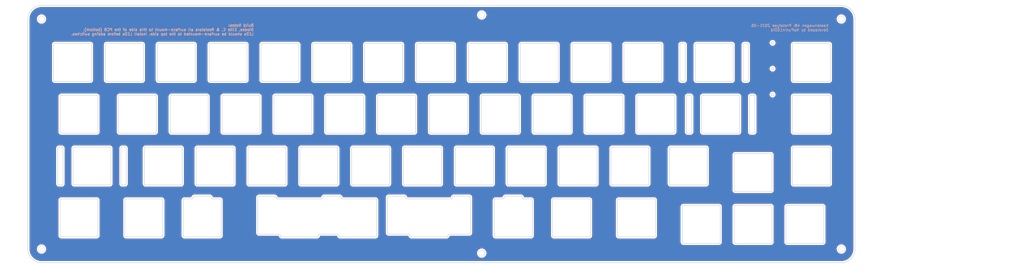
<source format=kicad_pcb>
(kicad_pcb (version 20171130) (host pcbnew "(5.1.9)-1")
  (layers (0 F.Cu signal) (31 B.Cu signal) (34 B.Paste user) (35 F.Paste user) (36 B.SilkS user) (37 F.SilkS user) (38 B.Mask user) (39 F.Mask user) (44 Edge.Cuts user))
  (net 0 "")
  (module MX_plate_cutouts:MX_7.00u_Reverse_1.00u_2.75u_2.25u_1.00u (layer F.Cu) (at 130.175 82.55)
    (fp_text reference REF**)
    (fp_text value "MX_7.00u Reverse 1.00u 2.75u 2.25u 1.00u")
    (fp_arc (start -53.3 -7.5) (end -53.8 -7.5) (angle -90) (layer Edge.Cuts) (width 0.2))
    (fp_arc (start -60.05 -7.5) (end -60.05 -8) (angle -90) (layer Edge.Cuts) (width 0.2))
    (fp_arc (start -61.05 -7.5) (end -61.05 -7) (angle -90) (layer Edge.Cuts) (width 0.2))
    (fp_arc (start -54.3 -7.5) (end -53.8 -7.5) (angle -90) (layer Edge.Cuts) (width 0.2))
    (fp_arc (start -6.61825 -7.5) (end -6.11825 -7.5) (angle -90) (layer Edge.Cuts) (width 0.2))
    (fp_arc (start -6.5 6.5) (end -7 6.5) (angle -90) (layer Edge.Cuts) (width 0.2))
    (fp_arc (start 53.275 -7.5) (end 53.275 -7) (angle -90) (layer Edge.Cuts) (width 0.2))
    (fp_arc (start 61.025 -7.5) (end 60.525 -7.5) (angle -90) (layer Edge.Cuts) (width 0.2))
    (fp_arc (start -29.49425 -7.5) (end -29.99425 -7.5) (angle -90) (layer Edge.Cuts) (width 0.2))
    (fp_arc (start -14.93125 6.5) (end -14.93125 7) (angle -90) (layer Edge.Cuts) (width 0.2))
    (fp_arc (start -13.36825 -7.5) (end -13.36825 -7) (angle -90) (layer Edge.Cuts) (width 0.2))
    (fp_arc (start -27.93125 6.5) (end -28.43125 6.5) (angle -90) (layer Edge.Cuts) (width 0.2))
    (fp_arc (start -36.24425 -7.5) (end -36.24425 -8) (angle -90) (layer Edge.Cuts) (width 0.2))
    (fp_arc (start -28.93125 6.5) (end -28.43125 6.5) (angle -90) (layer Edge.Cuts) (width 0.2))
    (fp_arc (start -36.24425 5.5) (end -36.74425 5.5) (angle -90) (layer Edge.Cuts) (width 0.2))
    (fp_arc (start -12.36825 -7.5) (end -12.36825 -8) (angle -90) (layer Edge.Cuts) (width 0.2))
    (fp_arc (start -7.5 6.5) (end -7 6.5) (angle -90) (layer Edge.Cuts) (width 0.2))
    (fp_arc (start -30.49425 -7.5) (end -29.99425 -7.5) (angle -90) (layer Edge.Cuts) (width 0.2))
    (fp_arc (start -13.93125 6.5) (end -13.93125 6) (angle -90) (layer Edge.Cuts) (width 0.2))
    (fp_arc (start 35.25675 -7.5) (end 35.25675 -8) (angle -90) (layer Edge.Cuts) (width 0.2))
    (fp_arc (start 11.38075 5.5) (end 10.88075 5.5) (angle -90) (layer Edge.Cuts) (width 0.2))
    (fp_arc (start 18.69375 6.5) (end 19.19375 6.5) (angle -90) (layer Edge.Cuts) (width 0.2))
    (fp_arc (start 41.00675 5.5) (end 41.00675 6) (angle -90) (layer Edge.Cuts) (width 0.2))
    (fp_arc (start 11.38075 -7.5) (end 11.38075 -8) (angle -90) (layer Edge.Cuts) (width 0.2))
    (fp_arc (start 32.69375 6.5) (end 32.69375 7) (angle -90) (layer Edge.Cuts) (width 0.2))
    (fp_arc (start 17.13075 -7.5) (end 17.63075 -7.5) (angle -90) (layer Edge.Cuts) (width 0.2))
    (fp_arc (start 18.13075 -7.5) (end 17.63075 -7.5) (angle -90) (layer Edge.Cuts) (width 0.2))
    (fp_arc (start 34.25675 -7.5) (end 34.25675 -7) (angle -90) (layer Edge.Cuts) (width 0.2))
    (fp_arc (start 19.69375 6.5) (end 19.19375 6.5) (angle -90) (layer Edge.Cuts) (width 0.2))
    (fp_arc (start 41.00675 -7.5) (end 41.50675 -7.5) (angle -90) (layer Edge.Cuts) (width 0.2))
    (fp_arc (start 33.69375 6.5) (end 33.69375 6) (angle -90) (layer Edge.Cuts) (width 0.2))
    (fp_arc (start 50.65 -6.5) (end 50.65 -7) (angle -90) (layer Edge.Cuts) (width 0.2))
    (fp_arc (start 63.65 6.5) (end 63.65 7) (angle -90) (layer Edge.Cuts) (width 0.2))
    (fp_arc (start 50.65 6.5) (end 50.15 6.5) (angle -90) (layer Edge.Cuts) (width 0.2))
    (fp_arc (start 63.65 -6.5) (end 64.15 -6.5) (angle -90) (layer Edge.Cuts) (width 0.2))
    (fp_arc (start -50.65 -6.5) (end -50.15 -6.5) (angle -90) (layer Edge.Cuts) (width 0.2))
    (fp_arc (start -63.65 6.5) (end -64.15 6.5) (angle -90) (layer Edge.Cuts) (width 0.2))
    (fp_arc (start -63.65 -6.5) (end -63.65 -7) (angle -90) (layer Edge.Cuts) (width 0.2))
    (fp_arc (start -50.65 6.5) (end -50.65 7) (angle -90) (layer Edge.Cuts) (width 0.2))
    (fp_arc (start 60.025 -7.5) (end 60.525 -7.5) (angle -90) (layer Edge.Cuts) (width 0.2))
    (fp_arc (start 54.275 -7.5) (end 54.275 -8) (angle -90) (layer Edge.Cuts) (width 0.2))
    (fp_arc (start 6.5 -6.5) (end 7 -6.5) (angle -90) (layer Edge.Cuts) (width 0.2))
    (fp_arc (start 6.5 6.5) (end 6.5 7) (angle -90) (layer Edge.Cuts) (width 0.2))
    (fp_arc (start -5.61825 -7.5) (end -6.11825 -7.5) (angle -90) (layer Edge.Cuts) (width 0.2))
    (fp_line (start 61.025 -7) (end 63.65 -7) (layer Edge.Cuts) (width 0.2))
    (fp_line (start -63.65 -7) (end -61.05 -7) (layer Edge.Cuts) (width 0.2))
    (fp_line (start -54.3 -8) (end -60.05 -8) (layer Edge.Cuts) (width 0.2))
    (fp_line (start 11.38075 6) (end 18.69375 6) (layer Edge.Cuts) (width 0.2))
    (fp_line (start 11.38075 -8) (end 17.13075 -8) (layer Edge.Cuts) (width 0.2))
    (fp_line (start 35.25675 -8) (end 41.00675 -8) (layer Edge.Cuts) (width 0.2))
    (fp_line (start 10.88075 -7.5) (end 10.88075 5.5) (layer Edge.Cuts) (width 0.2))
    (fp_line (start 41.50675 -7.5) (end 41.50675 5.5) (layer Edge.Cuts) (width 0.2))
    (fp_line (start 18.13075 -7) (end 34.25675 -7) (layer Edge.Cuts) (width 0.2))
    (fp_line (start 32.69375 7) (end 19.69375 7) (layer Edge.Cuts) (width 0.2))
    (fp_line (start 33.69375 6) (end 41.00675 6) (layer Edge.Cuts) (width 0.2))
    (fp_line (start -64.15 -6.5) (end -64.15 6.5) (layer Edge.Cuts) (width 0.2))
    (fp_line (start -50.15 6.5) (end -50.15 -6.5) (layer Edge.Cuts) (width 0.2))
    (fp_line (start -53.3 -7) (end -50.65 -7) (layer Edge.Cuts) (width 0.2))
    (fp_line (start 6.5 7) (end -6.5 7) (layer Edge.Cuts) (width 0.2))
    (fp_line (start 7 6.5) (end 7 -6.5) (layer Edge.Cuts) (width 0.2))
    (fp_line (start -5.61825 -7) (end 6.5 -7) (layer Edge.Cuts) (width 0.2))
    (fp_line (start 54.275 -8) (end 60.025 -8) (layer Edge.Cuts) (width 0.2))
    (fp_line (start 64.15 6.5) (end 64.15 -6.5) (layer Edge.Cuts) (width 0.2))
    (fp_line (start 50.15 -6.5) (end 50.15 6.5) (layer Edge.Cuts) (width 0.2))
    (fp_line (start 50.65 -7) (end 53.275 -7) (layer Edge.Cuts) (width 0.2))
    (fp_line (start 63.65 7) (end 50.65 7) (layer Edge.Cuts) (width 0.2))
    (fp_line (start -36.24425 6) (end -28.93125 6) (layer Edge.Cuts) (width 0.2))
    (fp_line (start -36.24425 -8) (end -30.49425 -8) (layer Edge.Cuts) (width 0.2))
    (fp_line (start -29.49425 -7) (end -13.36825 -7) (layer Edge.Cuts) (width 0.2))
    (fp_line (start -36.74425 -7.5) (end -36.74425 5.5) (layer Edge.Cuts) (width 0.2))
    (fp_line (start -14.93125 7) (end -27.93125 7) (layer Edge.Cuts) (width 0.2))
    (fp_line (start -12.36825 -8) (end -6.61825 -8) (layer Edge.Cuts) (width 0.2))
    (fp_line (start -13.93125 6) (end -7.5 6) (layer Edge.Cuts) (width 0.2))
    (fp_line (start -50.65 7) (end -63.65 7) (layer Edge.Cuts) (width 0.2))
  )
  (module MX_plate_cutouts:MX_1.00u_Cutout (layer F.Cu) (at 296.8625 25.4)
    (fp_text reference REF**)
    (fp_text value "MX_1.00u Cutout")
    (fp_arc (start -6.5 6.5) (end -7 6.5) (angle -90) (layer Edge.Cuts) (width 0.2))
    (fp_arc (start 6.5 -6.5) (end 7 -6.5) (angle -90) (layer Edge.Cuts) (width 0.2))
    (fp_arc (start 6.5 6.5) (end 6.5 7) (angle -90) (layer Edge.Cuts) (width 0.2))
    (fp_arc (start -6.5 -6.5) (end -6.5 -7) (angle -90) (layer Edge.Cuts) (width 0.2))
    (fp_line (start -6.5 -7) (end 6.5 -7) (layer Edge.Cuts) (width 0.2))
    (fp_line (start -7 -6.5) (end -7 6.5) (layer Edge.Cuts) (width 0.2))
    (fp_line (start 7 6.5) (end 7 -6.5) (layer Edge.Cuts) (width 0.2))
    (fp_line (start 6.5 7) (end -6.5 7) (layer Edge.Cuts) (width 0.2))
  )
  (module MX_plate_cutouts:MX_1.00u_Cutout (layer F.Cu) (at 296.8625 44.45)
    (fp_text reference REF**)
    (fp_text value "MX_1.00u Cutout")
    (fp_arc (start -6.5 6.5) (end -7 6.5) (angle -90) (layer Edge.Cuts) (width 0.2))
    (fp_arc (start 6.5 -6.5) (end 7 -6.5) (angle -90) (layer Edge.Cuts) (width 0.2))
    (fp_arc (start 6.5 6.5) (end 6.5 7) (angle -90) (layer Edge.Cuts) (width 0.2))
    (fp_arc (start -6.5 -6.5) (end -6.5 -7) (angle -90) (layer Edge.Cuts) (width 0.2))
    (fp_line (start -6.5 -7) (end 6.5 -7) (layer Edge.Cuts) (width 0.2))
    (fp_line (start -7 -6.5) (end -7 6.5) (layer Edge.Cuts) (width 0.2))
    (fp_line (start 7 6.5) (end 7 -6.5) (layer Edge.Cuts) (width 0.2))
    (fp_line (start 6.5 7) (end -6.5 7) (layer Edge.Cuts) (width 0.2))
  )
  (module MX_plate_cutouts:MX_1.00u_Cutout (layer F.Cu) (at 296.8625 63.5)
    (fp_text reference REF**)
    (fp_text value "MX_1.00u Cutout")
    (fp_arc (start -6.5 6.5) (end -7 6.5) (angle -90) (layer Edge.Cuts) (width 0.2))
    (fp_arc (start 6.5 -6.5) (end 7 -6.5) (angle -90) (layer Edge.Cuts) (width 0.2))
    (fp_arc (start 6.5 6.5) (end 6.5 7) (angle -90) (layer Edge.Cuts) (width 0.2))
    (fp_arc (start -6.5 -6.5) (end -6.5 -7) (angle -90) (layer Edge.Cuts) (width 0.2))
    (fp_line (start -6.5 -7) (end 6.5 -7) (layer Edge.Cuts) (width 0.2))
    (fp_line (start -7 -6.5) (end -7 6.5) (layer Edge.Cuts) (width 0.2))
    (fp_line (start 7 6.5) (end 7 -6.5) (layer Edge.Cuts) (width 0.2))
    (fp_line (start 6.5 7) (end -6.5 7) (layer Edge.Cuts) (width 0.2))
  )
  (module MX_plate_cutouts:MX_1.00u_Cutout (layer F.Cu) (at 294.48125 84.93125)
    (fp_text reference REF**)
    (fp_text value "MX_1.00u Cutout")
    (fp_arc (start -6.5 6.5) (end -7 6.5) (angle -90) (layer Edge.Cuts) (width 0.2))
    (fp_arc (start 6.5 -6.5) (end 7 -6.5) (angle -90) (layer Edge.Cuts) (width 0.2))
    (fp_arc (start 6.5 6.5) (end 6.5 7) (angle -90) (layer Edge.Cuts) (width 0.2))
    (fp_arc (start -6.5 -6.5) (end -6.5 -7) (angle -90) (layer Edge.Cuts) (width 0.2))
    (fp_line (start -6.5 -7) (end 6.5 -7) (layer Edge.Cuts) (width 0.2))
    (fp_line (start -7 -6.5) (end -7 6.5) (layer Edge.Cuts) (width 0.2))
    (fp_line (start 7 6.5) (end 7 -6.5) (layer Edge.Cuts) (width 0.2))
    (fp_line (start 6.5 7) (end -6.5 7) (layer Edge.Cuts) (width 0.2))
  )
  (module MX_plate_cutouts:MX_1.00u_Cutout (layer F.Cu) (at 256.38125 84.93125)
    (fp_text reference REF**)
    (fp_text value "MX_1.00u Cutout")
    (fp_arc (start -6.5 6.5) (end -7 6.5) (angle -90) (layer Edge.Cuts) (width 0.2))
    (fp_arc (start 6.5 -6.5) (end 7 -6.5) (angle -90) (layer Edge.Cuts) (width 0.2))
    (fp_arc (start 6.5 6.5) (end 6.5 7) (angle -90) (layer Edge.Cuts) (width 0.2))
    (fp_arc (start -6.5 -6.5) (end -6.5 -7) (angle -90) (layer Edge.Cuts) (width 0.2))
    (fp_line (start -6.5 -7) (end 6.5 -7) (layer Edge.Cuts) (width 0.2))
    (fp_line (start -7 -6.5) (end -7 6.5) (layer Edge.Cuts) (width 0.2))
    (fp_line (start 7 6.5) (end 7 -6.5) (layer Edge.Cuts) (width 0.2))
    (fp_line (start 6.5 7) (end -6.5 7) (layer Edge.Cuts) (width 0.2))
  )
  (module MX_plate_cutouts:MX_1.00u_Cutout (layer F.Cu) (at 275.43125 84.93125)
    (fp_text reference REF**)
    (fp_text value "MX_1.00u Cutout")
    (fp_arc (start -6.5 6.5) (end -7 6.5) (angle -90) (layer Edge.Cuts) (width 0.2))
    (fp_arc (start 6.5 -6.5) (end 7 -6.5) (angle -90) (layer Edge.Cuts) (width 0.2))
    (fp_arc (start 6.5 6.5) (end 6.5 7) (angle -90) (layer Edge.Cuts) (width 0.2))
    (fp_arc (start -6.5 -6.5) (end -6.5 -7) (angle -90) (layer Edge.Cuts) (width 0.2))
    (fp_line (start -6.5 -7) (end 6.5 -7) (layer Edge.Cuts) (width 0.2))
    (fp_line (start -7 -6.5) (end -7 6.5) (layer Edge.Cuts) (width 0.2))
    (fp_line (start 7 6.5) (end 7 -6.5) (layer Edge.Cuts) (width 0.2))
    (fp_line (start 6.5 7) (end -6.5 7) (layer Edge.Cuts) (width 0.2))
  )
  (module MX_plate_cutouts:MX_1.00u_Cutout (layer F.Cu) (at 275.43125 65.88125)
    (fp_text reference REF**)
    (fp_text value "MX_1.00u Cutout")
    (fp_arc (start -6.5 6.5) (end -7 6.5) (angle -90) (layer Edge.Cuts) (width 0.2))
    (fp_arc (start 6.5 -6.5) (end 7 -6.5) (angle -90) (layer Edge.Cuts) (width 0.2))
    (fp_arc (start 6.5 6.5) (end 6.5 7) (angle -90) (layer Edge.Cuts) (width 0.2))
    (fp_arc (start -6.5 -6.5) (end -6.5 -7) (angle -90) (layer Edge.Cuts) (width 0.2))
    (fp_line (start -6.5 -7) (end 6.5 -7) (layer Edge.Cuts) (width 0.2))
    (fp_line (start -7 -6.5) (end -7 6.5) (layer Edge.Cuts) (width 0.2))
    (fp_line (start 7 6.5) (end 7 -6.5) (layer Edge.Cuts) (width 0.2))
    (fp_line (start 6.5 7) (end -6.5 7) (layer Edge.Cuts) (width 0.2))
  )
  (module MX_plate_cutouts:MX_1.25u_Cutout (layer F.Cu) (at 208.75625 82.55)
    (fp_text reference REF**)
    (fp_text value "MX_1.25u Cutout")
    (fp_arc (start -6.5 6.5) (end -7 6.5) (angle -90) (layer Edge.Cuts) (width 0.2))
    (fp_arc (start 6.5 -6.5) (end 7 -6.5) (angle -90) (layer Edge.Cuts) (width 0.2))
    (fp_arc (start 6.5 6.5) (end 6.5 7) (angle -90) (layer Edge.Cuts) (width 0.2))
    (fp_arc (start -6.5 -6.5) (end -6.5 -7) (angle -90) (layer Edge.Cuts) (width 0.2))
    (fp_line (start 6.5 7) (end -6.5 7) (layer Edge.Cuts) (width 0.2))
    (fp_line (start 7 6.5) (end 7 -6.5) (layer Edge.Cuts) (width 0.2))
    (fp_line (start -7 -6.5) (end -7 6.5) (layer Edge.Cuts) (width 0.2))
    (fp_line (start -6.5 -7) (end 6.5 -7) (layer Edge.Cuts) (width 0.2))
  )
  (module MX_plate_cutouts:MX_1.25u_Cutout (layer F.Cu) (at 232.56875 82.55)
    (fp_text reference REF**)
    (fp_text value "MX_1.25u Cutout")
    (fp_arc (start -6.5 6.5) (end -7 6.5) (angle -90) (layer Edge.Cuts) (width 0.2))
    (fp_arc (start 6.5 -6.5) (end 7 -6.5) (angle -90) (layer Edge.Cuts) (width 0.2))
    (fp_arc (start 6.5 6.5) (end 6.5 7) (angle -90) (layer Edge.Cuts) (width 0.2))
    (fp_arc (start -6.5 -6.5) (end -6.5 -7) (angle -90) (layer Edge.Cuts) (width 0.2))
    (fp_line (start 6.5 7) (end -6.5 7) (layer Edge.Cuts) (width 0.2))
    (fp_line (start 7 6.5) (end 7 -6.5) (layer Edge.Cuts) (width 0.2))
    (fp_line (start -7 -6.5) (end -7 6.5) (layer Edge.Cuts) (width 0.2))
    (fp_line (start -6.5 -7) (end 6.5 -7) (layer Edge.Cuts) (width 0.2))
  )
  (module MX_plate_cutouts:MX_1.25u_Cutout (layer F.Cu) (at 51.59375 82.55)
    (fp_text reference REF**)
    (fp_text value "MX_1.25u Cutout")
    (fp_arc (start -6.5 6.5) (end -7 6.5) (angle -90) (layer Edge.Cuts) (width 0.2))
    (fp_arc (start 6.5 -6.5) (end 7 -6.5) (angle -90) (layer Edge.Cuts) (width 0.2))
    (fp_arc (start 6.5 6.5) (end 6.5 7) (angle -90) (layer Edge.Cuts) (width 0.2))
    (fp_arc (start -6.5 -6.5) (end -6.5 -7) (angle -90) (layer Edge.Cuts) (width 0.2))
    (fp_line (start 6.5 7) (end -6.5 7) (layer Edge.Cuts) (width 0.2))
    (fp_line (start 7 6.5) (end 7 -6.5) (layer Edge.Cuts) (width 0.2))
    (fp_line (start -7 -6.5) (end -7 6.5) (layer Edge.Cuts) (width 0.2))
    (fp_line (start -6.5 -7) (end 6.5 -7) (layer Edge.Cuts) (width 0.2))
  )
  (module MX_plate_cutouts:MX_1.25u_Cutout (layer F.Cu) (at 27.78125 82.55)
    (fp_text reference REF**)
    (fp_text value "MX_1.25u Cutout")
    (fp_arc (start -6.5 6.5) (end -7 6.5) (angle -90) (layer Edge.Cuts) (width 0.2))
    (fp_arc (start 6.5 -6.5) (end 7 -6.5) (angle -90) (layer Edge.Cuts) (width 0.2))
    (fp_arc (start 6.5 6.5) (end 6.5 7) (angle -90) (layer Edge.Cuts) (width 0.2))
    (fp_arc (start -6.5 -6.5) (end -6.5 -7) (angle -90) (layer Edge.Cuts) (width 0.2))
    (fp_line (start 6.5 7) (end -6.5 7) (layer Edge.Cuts) (width 0.2))
    (fp_line (start 7 6.5) (end 7 -6.5) (layer Edge.Cuts) (width 0.2))
    (fp_line (start -7 -6.5) (end -7 6.5) (layer Edge.Cuts) (width 0.2))
    (fp_line (start -6.5 -7) (end 6.5 -7) (layer Edge.Cuts) (width 0.2))
  )
  (module MX_plate_cutouts:MX_1.25u_Cutout (layer F.Cu) (at 27.78125 44.45)
    (fp_text reference REF**)
    (fp_text value "MX_1.25u Cutout")
    (fp_arc (start -6.5 6.5) (end -7 6.5) (angle -90) (layer Edge.Cuts) (width 0.2))
    (fp_arc (start 6.5 -6.5) (end 7 -6.5) (angle -90) (layer Edge.Cuts) (width 0.2))
    (fp_arc (start 6.5 6.5) (end 6.5 7) (angle -90) (layer Edge.Cuts) (width 0.2))
    (fp_arc (start -6.5 -6.5) (end -6.5 -7) (angle -90) (layer Edge.Cuts) (width 0.2))
    (fp_line (start 6.5 7) (end -6.5 7) (layer Edge.Cuts) (width 0.2))
    (fp_line (start 7 6.5) (end 7 -6.5) (layer Edge.Cuts) (width 0.2))
    (fp_line (start -7 -6.5) (end -7 6.5) (layer Edge.Cuts) (width 0.2))
    (fp_line (start -6.5 -7) (end 6.5 -7) (layer Edge.Cuts) (width 0.2))
  )
  (module MX_plate_cutouts:MX_1.25u_Cutout (layer F.Cu) (at 251.61875 63.5)
    (fp_text reference REF**)
    (fp_text value "MX_1.25u Cutout")
    (fp_arc (start -6.5 6.5) (end -7 6.5) (angle -90) (layer Edge.Cuts) (width 0.2))
    (fp_arc (start 6.5 -6.5) (end 7 -6.5) (angle -90) (layer Edge.Cuts) (width 0.2))
    (fp_arc (start 6.5 6.5) (end 6.5 7) (angle -90) (layer Edge.Cuts) (width 0.2))
    (fp_arc (start -6.5 -6.5) (end -6.5 -7) (angle -90) (layer Edge.Cuts) (width 0.2))
    (fp_line (start 6.5 7) (end -6.5 7) (layer Edge.Cuts) (width 0.2))
    (fp_line (start 7 6.5) (end 7 -6.5) (layer Edge.Cuts) (width 0.2))
    (fp_line (start -7 -6.5) (end -7 6.5) (layer Edge.Cuts) (width 0.2))
    (fp_line (start -6.5 -7) (end 6.5 -7) (layer Edge.Cuts) (width 0.2))
  )
  (module MX_plate_cutouts:MX_1.50u_Cutout (layer F.Cu) (at 263.525 44.45)
    (fp_text reference REF**)
    (fp_text value "MX_1.50u Cutout")
    (fp_arc (start 12.1 6.5) (end 12.1 7) (angle -90) (layer Edge.Cuts) (width 0.2))
    (fp_arc (start 11.1 -6.5) (end 11.1 -7) (angle -90) (layer Edge.Cuts) (width 0.2))
    (fp_arc (start 11.1 6.5) (end 10.6 6.5) (angle -90) (layer Edge.Cuts) (width 0.2))
    (fp_arc (start 12.1 -6.5) (end 12.6 -6.5) (angle -90) (layer Edge.Cuts) (width 0.2))
    (fp_arc (start -11.1 -6.5) (end -10.6 -6.5) (angle -90) (layer Edge.Cuts) (width 0.2))
    (fp_arc (start -12.1 6.5) (end -12.6 6.5) (angle -90) (layer Edge.Cuts) (width 0.2))
    (fp_arc (start -11.1 6.5) (end -11.1 7) (angle -90) (layer Edge.Cuts) (width 0.2))
    (fp_arc (start -12.1 -6.5) (end -12.1 -7) (angle -90) (layer Edge.Cuts) (width 0.2))
    (fp_arc (start -6.5 6.5) (end -7 6.5) (angle -90) (layer Edge.Cuts) (width 0.2))
    (fp_arc (start 6.5 -6.5) (end 7 -6.5) (angle -90) (layer Edge.Cuts) (width 0.2))
    (fp_arc (start 6.5 6.5) (end 6.5 7) (angle -90) (layer Edge.Cuts) (width 0.2))
    (fp_arc (start -6.5 -6.5) (end -6.5 -7) (angle -90) (layer Edge.Cuts) (width 0.2))
    (fp_line (start 6.5 7) (end -6.5 7) (layer Edge.Cuts) (width 0.2))
    (fp_line (start 7 6.5) (end 7 -6.5) (layer Edge.Cuts) (width 0.2))
    (fp_line (start -7 -6.5) (end -7 6.5) (layer Edge.Cuts) (width 0.2))
    (fp_line (start -6.5 -7) (end 6.5 -7) (layer Edge.Cuts) (width 0.2))
    (fp_line (start -10.6 -6.5) (end -10.6 6.5) (layer Edge.Cuts) (width 0.2))
    (fp_line (start -12.6 -6.5) (end -12.6 6.5) (layer Edge.Cuts) (width 0.2))
    (fp_line (start -12.1 -7) (end -11.1 -7) (layer Edge.Cuts) (width 0.2))
    (fp_line (start -12.1 7) (end -11.1 7) (layer Edge.Cuts) (width 0.2))
    (fp_line (start 12.1 7) (end 11.1 7) (layer Edge.Cuts) (width 0.2))
    (fp_line (start 12.1 -7) (end 11.1 -7) (layer Edge.Cuts) (width 0.2))
    (fp_line (start 10.6 6.5) (end 10.6 -6.5) (layer Edge.Cuts) (width 0.2))
    (fp_line (start 12.6 6.5) (end 12.6 -6.5) (layer Edge.Cuts) (width 0.2))
  )
  (module MX_plate_cutouts:MX_1.75u_Cutout (layer F.Cu) (at 261.14375 25.4)
    (fp_text reference REF**)
    (fp_text value "MX_1.75u Cutout")
    (fp_arc (start 12.1 6.5) (end 12.1 7) (angle -90) (layer Edge.Cuts) (width 0.2))
    (fp_arc (start 11.1 -6.5) (end 11.1 -7) (angle -90) (layer Edge.Cuts) (width 0.2))
    (fp_arc (start 11.1 6.5) (end 10.6 6.5) (angle -90) (layer Edge.Cuts) (width 0.2))
    (fp_arc (start 12.1 -6.5) (end 12.6 -6.5) (angle -90) (layer Edge.Cuts) (width 0.2))
    (fp_arc (start -11.1 -6.5) (end -10.6 -6.5) (angle -90) (layer Edge.Cuts) (width 0.2))
    (fp_arc (start -12.1 6.5) (end -12.6 6.5) (angle -90) (layer Edge.Cuts) (width 0.2))
    (fp_arc (start -11.1 6.5) (end -11.1 7) (angle -90) (layer Edge.Cuts) (width 0.2))
    (fp_arc (start -12.1 -6.5) (end -12.1 -7) (angle -90) (layer Edge.Cuts) (width 0.2))
    (fp_arc (start -6.5 6.5) (end -7 6.5) (angle -90) (layer Edge.Cuts) (width 0.2))
    (fp_arc (start 6.5 -6.5) (end 7 -6.5) (angle -90) (layer Edge.Cuts) (width 0.2))
    (fp_arc (start 6.5 6.5) (end 6.5 7) (angle -90) (layer Edge.Cuts) (width 0.2))
    (fp_arc (start -6.5 -6.5) (end -6.5 -7) (angle -90) (layer Edge.Cuts) (width 0.2))
    (fp_line (start 6.5 7) (end -6.5 7) (layer Edge.Cuts) (width 0.2))
    (fp_line (start 7 6.5) (end 7 -6.5) (layer Edge.Cuts) (width 0.2))
    (fp_line (start -7 -6.5) (end -7 6.5) (layer Edge.Cuts) (width 0.2))
    (fp_line (start -6.5 -7) (end 6.5 -7) (layer Edge.Cuts) (width 0.2))
    (fp_line (start -10.6 -6.5) (end -10.6 6.5) (layer Edge.Cuts) (width 0.2))
    (fp_line (start -12.6 -6.5) (end -12.6 6.5) (layer Edge.Cuts) (width 0.2))
    (fp_line (start -12.1 -7) (end -11.1 -7) (layer Edge.Cuts) (width 0.2))
    (fp_line (start -12.1 7) (end -11.1 7) (layer Edge.Cuts) (width 0.2))
    (fp_line (start 12.1 7) (end 11.1 7) (layer Edge.Cuts) (width 0.2))
    (fp_line (start 12.1 -7) (end 11.1 -7) (layer Edge.Cuts) (width 0.2))
    (fp_line (start 10.6 6.5) (end 10.6 -6.5) (layer Edge.Cuts) (width 0.2))
    (fp_line (start 12.6 6.5) (end 12.6 -6.5) (layer Edge.Cuts) (width 0.2))
  )
  (module MX_plate_cutouts:MX_1.75u_Cutout (layer F.Cu) (at 32.54375 63.5)
    (fp_text reference REF**)
    (fp_text value "MX_1.75u Cutout")
    (fp_arc (start 12.1 6.5) (end 12.1 7) (angle -90) (layer Edge.Cuts) (width 0.2))
    (fp_arc (start 11.1 -6.5) (end 11.1 -7) (angle -90) (layer Edge.Cuts) (width 0.2))
    (fp_arc (start 11.1 6.5) (end 10.6 6.5) (angle -90) (layer Edge.Cuts) (width 0.2))
    (fp_arc (start 12.1 -6.5) (end 12.6 -6.5) (angle -90) (layer Edge.Cuts) (width 0.2))
    (fp_arc (start -11.1 -6.5) (end -10.6 -6.5) (angle -90) (layer Edge.Cuts) (width 0.2))
    (fp_arc (start -12.1 6.5) (end -12.6 6.5) (angle -90) (layer Edge.Cuts) (width 0.2))
    (fp_arc (start -11.1 6.5) (end -11.1 7) (angle -90) (layer Edge.Cuts) (width 0.2))
    (fp_arc (start -12.1 -6.5) (end -12.1 -7) (angle -90) (layer Edge.Cuts) (width 0.2))
    (fp_arc (start -6.5 6.5) (end -7 6.5) (angle -90) (layer Edge.Cuts) (width 0.2))
    (fp_arc (start 6.5 -6.5) (end 7 -6.5) (angle -90) (layer Edge.Cuts) (width 0.2))
    (fp_arc (start 6.5 6.5) (end 6.5 7) (angle -90) (layer Edge.Cuts) (width 0.2))
    (fp_arc (start -6.5 -6.5) (end -6.5 -7) (angle -90) (layer Edge.Cuts) (width 0.2))
    (fp_line (start 6.5 7) (end -6.5 7) (layer Edge.Cuts) (width 0.2))
    (fp_line (start 7 6.5) (end 7 -6.5) (layer Edge.Cuts) (width 0.2))
    (fp_line (start -7 -6.5) (end -7 6.5) (layer Edge.Cuts) (width 0.2))
    (fp_line (start -6.5 -7) (end 6.5 -7) (layer Edge.Cuts) (width 0.2))
    (fp_line (start -10.6 -6.5) (end -10.6 6.5) (layer Edge.Cuts) (width 0.2))
    (fp_line (start -12.6 -6.5) (end -12.6 6.5) (layer Edge.Cuts) (width 0.2))
    (fp_line (start -12.1 -7) (end -11.1 -7) (layer Edge.Cuts) (width 0.2))
    (fp_line (start -12.1 7) (end -11.1 7) (layer Edge.Cuts) (width 0.2))
    (fp_line (start 12.1 7) (end 11.1 7) (layer Edge.Cuts) (width 0.2))
    (fp_line (start 12.1 -7) (end 11.1 -7) (layer Edge.Cuts) (width 0.2))
    (fp_line (start 10.6 6.5) (end 10.6 -6.5) (layer Edge.Cuts) (width 0.2))
    (fp_line (start 12.6 6.5) (end 12.6 -6.5) (layer Edge.Cuts) (width 0.2))
  )
  (module MX_plate_cutouts:MX_1.00u_Cutout (layer F.Cu) (at 96.8375 63.5)
    (fp_text reference REF**)
    (fp_text value "MX_1.00u Cutout")
    (fp_arc (start -6.5 6.5) (end -7 6.5) (angle -90) (layer Edge.Cuts) (width 0.2))
    (fp_arc (start 6.5 -6.5) (end 7 -6.5) (angle -90) (layer Edge.Cuts) (width 0.2))
    (fp_arc (start 6.5 6.5) (end 6.5 7) (angle -90) (layer Edge.Cuts) (width 0.2))
    (fp_arc (start -6.5 -6.5) (end -6.5 -7) (angle -90) (layer Edge.Cuts) (width 0.2))
    (fp_line (start -6.5 -7) (end 6.5 -7) (layer Edge.Cuts) (width 0.2))
    (fp_line (start -7 -6.5) (end -7 6.5) (layer Edge.Cuts) (width 0.2))
    (fp_line (start 7 6.5) (end 7 -6.5) (layer Edge.Cuts) (width 0.2))
    (fp_line (start 6.5 7) (end -6.5 7) (layer Edge.Cuts) (width 0.2))
  )
  (module MX_plate_cutouts:MX_1.00u_Cutout (layer F.Cu) (at 77.7875 63.5)
    (fp_text reference REF**)
    (fp_text value "MX_1.00u Cutout")
    (fp_arc (start -6.5 6.5) (end -7 6.5) (angle -90) (layer Edge.Cuts) (width 0.2))
    (fp_arc (start 6.5 -6.5) (end 7 -6.5) (angle -90) (layer Edge.Cuts) (width 0.2))
    (fp_arc (start 6.5 6.5) (end 6.5 7) (angle -90) (layer Edge.Cuts) (width 0.2))
    (fp_arc (start -6.5 -6.5) (end -6.5 -7) (angle -90) (layer Edge.Cuts) (width 0.2))
    (fp_line (start -6.5 -7) (end 6.5 -7) (layer Edge.Cuts) (width 0.2))
    (fp_line (start -7 -6.5) (end -7 6.5) (layer Edge.Cuts) (width 0.2))
    (fp_line (start 7 6.5) (end 7 -6.5) (layer Edge.Cuts) (width 0.2))
    (fp_line (start 6.5 7) (end -6.5 7) (layer Edge.Cuts) (width 0.2))
  )
  (module MX_plate_cutouts:MX_1.00u_Cutout (layer F.Cu) (at 153.9875 63.5)
    (fp_text reference REF**)
    (fp_text value "MX_1.00u Cutout")
    (fp_arc (start -6.5 6.5) (end -7 6.5) (angle -90) (layer Edge.Cuts) (width 0.2))
    (fp_arc (start 6.5 -6.5) (end 7 -6.5) (angle -90) (layer Edge.Cuts) (width 0.2))
    (fp_arc (start 6.5 6.5) (end 6.5 7) (angle -90) (layer Edge.Cuts) (width 0.2))
    (fp_arc (start -6.5 -6.5) (end -6.5 -7) (angle -90) (layer Edge.Cuts) (width 0.2))
    (fp_line (start -6.5 -7) (end 6.5 -7) (layer Edge.Cuts) (width 0.2))
    (fp_line (start -7 -6.5) (end -7 6.5) (layer Edge.Cuts) (width 0.2))
    (fp_line (start 7 6.5) (end 7 -6.5) (layer Edge.Cuts) (width 0.2))
    (fp_line (start 6.5 7) (end -6.5 7) (layer Edge.Cuts) (width 0.2))
  )
  (module MX_plate_cutouts:MX_1.00u_Cutout (layer F.Cu) (at 115.8875 63.5)
    (fp_text reference REF**)
    (fp_text value "MX_1.00u Cutout")
    (fp_arc (start -6.5 6.5) (end -7 6.5) (angle -90) (layer Edge.Cuts) (width 0.2))
    (fp_arc (start 6.5 -6.5) (end 7 -6.5) (angle -90) (layer Edge.Cuts) (width 0.2))
    (fp_arc (start 6.5 6.5) (end 6.5 7) (angle -90) (layer Edge.Cuts) (width 0.2))
    (fp_arc (start -6.5 -6.5) (end -6.5 -7) (angle -90) (layer Edge.Cuts) (width 0.2))
    (fp_line (start -6.5 -7) (end 6.5 -7) (layer Edge.Cuts) (width 0.2))
    (fp_line (start -7 -6.5) (end -7 6.5) (layer Edge.Cuts) (width 0.2))
    (fp_line (start 7 6.5) (end 7 -6.5) (layer Edge.Cuts) (width 0.2))
    (fp_line (start 6.5 7) (end -6.5 7) (layer Edge.Cuts) (width 0.2))
  )
  (module MX_plate_cutouts:MX_1.00u_Cutout (layer F.Cu) (at 134.9375 63.5)
    (fp_text reference REF**)
    (fp_text value "MX_1.00u Cutout")
    (fp_arc (start -6.5 6.5) (end -7 6.5) (angle -90) (layer Edge.Cuts) (width 0.2))
    (fp_arc (start 6.5 -6.5) (end 7 -6.5) (angle -90) (layer Edge.Cuts) (width 0.2))
    (fp_arc (start 6.5 6.5) (end 6.5 7) (angle -90) (layer Edge.Cuts) (width 0.2))
    (fp_arc (start -6.5 -6.5) (end -6.5 -7) (angle -90) (layer Edge.Cuts) (width 0.2))
    (fp_line (start -6.5 -7) (end 6.5 -7) (layer Edge.Cuts) (width 0.2))
    (fp_line (start -7 -6.5) (end -7 6.5) (layer Edge.Cuts) (width 0.2))
    (fp_line (start 7 6.5) (end 7 -6.5) (layer Edge.Cuts) (width 0.2))
    (fp_line (start 6.5 7) (end -6.5 7) (layer Edge.Cuts) (width 0.2))
  )
  (module MX_plate_cutouts:MX_1.00u_Cutout (layer F.Cu) (at 173.0375 63.5)
    (fp_text reference REF**)
    (fp_text value "MX_1.00u Cutout")
    (fp_arc (start -6.5 6.5) (end -7 6.5) (angle -90) (layer Edge.Cuts) (width 0.2))
    (fp_arc (start 6.5 -6.5) (end 7 -6.5) (angle -90) (layer Edge.Cuts) (width 0.2))
    (fp_arc (start 6.5 6.5) (end 6.5 7) (angle -90) (layer Edge.Cuts) (width 0.2))
    (fp_arc (start -6.5 -6.5) (end -6.5 -7) (angle -90) (layer Edge.Cuts) (width 0.2))
    (fp_line (start -6.5 -7) (end 6.5 -7) (layer Edge.Cuts) (width 0.2))
    (fp_line (start -7 -6.5) (end -7 6.5) (layer Edge.Cuts) (width 0.2))
    (fp_line (start 7 6.5) (end 7 -6.5) (layer Edge.Cuts) (width 0.2))
    (fp_line (start 6.5 7) (end -6.5 7) (layer Edge.Cuts) (width 0.2))
  )
  (module MX_plate_cutouts:MX_1.00u_Cutout (layer F.Cu) (at 211.1375 63.5)
    (fp_text reference REF**)
    (fp_text value "MX_1.00u Cutout")
    (fp_arc (start -6.5 6.5) (end -7 6.5) (angle -90) (layer Edge.Cuts) (width 0.2))
    (fp_arc (start 6.5 -6.5) (end 7 -6.5) (angle -90) (layer Edge.Cuts) (width 0.2))
    (fp_arc (start 6.5 6.5) (end 6.5 7) (angle -90) (layer Edge.Cuts) (width 0.2))
    (fp_arc (start -6.5 -6.5) (end -6.5 -7) (angle -90) (layer Edge.Cuts) (width 0.2))
    (fp_line (start -6.5 -7) (end 6.5 -7) (layer Edge.Cuts) (width 0.2))
    (fp_line (start -7 -6.5) (end -7 6.5) (layer Edge.Cuts) (width 0.2))
    (fp_line (start 7 6.5) (end 7 -6.5) (layer Edge.Cuts) (width 0.2))
    (fp_line (start 6.5 7) (end -6.5 7) (layer Edge.Cuts) (width 0.2))
  )
  (module MX_plate_cutouts:MX_1.00u_Cutout (layer F.Cu) (at 192.0875 63.5)
    (fp_text reference REF**)
    (fp_text value "MX_1.00u Cutout")
    (fp_arc (start -6.5 6.5) (end -7 6.5) (angle -90) (layer Edge.Cuts) (width 0.2))
    (fp_arc (start 6.5 -6.5) (end 7 -6.5) (angle -90) (layer Edge.Cuts) (width 0.2))
    (fp_arc (start 6.5 6.5) (end 6.5 7) (angle -90) (layer Edge.Cuts) (width 0.2))
    (fp_arc (start -6.5 -6.5) (end -6.5 -7) (angle -90) (layer Edge.Cuts) (width 0.2))
    (fp_line (start -6.5 -7) (end 6.5 -7) (layer Edge.Cuts) (width 0.2))
    (fp_line (start -7 -6.5) (end -7 6.5) (layer Edge.Cuts) (width 0.2))
    (fp_line (start 7 6.5) (end 7 -6.5) (layer Edge.Cuts) (width 0.2))
    (fp_line (start 6.5 7) (end -6.5 7) (layer Edge.Cuts) (width 0.2))
  )
  (module MX_plate_cutouts:MX_1.00u_Cutout (layer F.Cu) (at 58.7375 63.5)
    (fp_text reference REF**)
    (fp_text value "MX_1.00u Cutout")
    (fp_arc (start -6.5 6.5) (end -7 6.5) (angle -90) (layer Edge.Cuts) (width 0.2))
    (fp_arc (start 6.5 -6.5) (end 7 -6.5) (angle -90) (layer Edge.Cuts) (width 0.2))
    (fp_arc (start 6.5 6.5) (end 6.5 7) (angle -90) (layer Edge.Cuts) (width 0.2))
    (fp_arc (start -6.5 -6.5) (end -6.5 -7) (angle -90) (layer Edge.Cuts) (width 0.2))
    (fp_line (start -6.5 -7) (end 6.5 -7) (layer Edge.Cuts) (width 0.2))
    (fp_line (start -7 -6.5) (end -7 6.5) (layer Edge.Cuts) (width 0.2))
    (fp_line (start 7 6.5) (end 7 -6.5) (layer Edge.Cuts) (width 0.2))
    (fp_line (start 6.5 7) (end -6.5 7) (layer Edge.Cuts) (width 0.2))
  )
  (module MX_plate_cutouts:MX_1.00u_Cutout (layer F.Cu) (at 230.1875 63.5)
    (fp_text reference REF**)
    (fp_text value "MX_1.00u Cutout")
    (fp_arc (start -6.5 6.5) (end -7 6.5) (angle -90) (layer Edge.Cuts) (width 0.2))
    (fp_arc (start 6.5 -6.5) (end 7 -6.5) (angle -90) (layer Edge.Cuts) (width 0.2))
    (fp_arc (start 6.5 6.5) (end 6.5 7) (angle -90) (layer Edge.Cuts) (width 0.2))
    (fp_arc (start -6.5 -6.5) (end -6.5 -7) (angle -90) (layer Edge.Cuts) (width 0.2))
    (fp_line (start -6.5 -7) (end 6.5 -7) (layer Edge.Cuts) (width 0.2))
    (fp_line (start -7 -6.5) (end -7 6.5) (layer Edge.Cuts) (width 0.2))
    (fp_line (start 7 6.5) (end 7 -6.5) (layer Edge.Cuts) (width 0.2))
    (fp_line (start 6.5 7) (end -6.5 7) (layer Edge.Cuts) (width 0.2))
  )
  (module MX_plate_cutouts:MX_1.00u_Cutout (layer F.Cu) (at 220.6625 44.45)
    (fp_text reference REF**)
    (fp_text value "MX_1.00u Cutout")
    (fp_arc (start -6.5 6.5) (end -7 6.5) (angle -90) (layer Edge.Cuts) (width 0.2))
    (fp_arc (start 6.5 -6.5) (end 7 -6.5) (angle -90) (layer Edge.Cuts) (width 0.2))
    (fp_arc (start 6.5 6.5) (end 6.5 7) (angle -90) (layer Edge.Cuts) (width 0.2))
    (fp_arc (start -6.5 -6.5) (end -6.5 -7) (angle -90) (layer Edge.Cuts) (width 0.2))
    (fp_line (start -6.5 -7) (end 6.5 -7) (layer Edge.Cuts) (width 0.2))
    (fp_line (start -7 -6.5) (end -7 6.5) (layer Edge.Cuts) (width 0.2))
    (fp_line (start 7 6.5) (end 7 -6.5) (layer Edge.Cuts) (width 0.2))
    (fp_line (start 6.5 7) (end -6.5 7) (layer Edge.Cuts) (width 0.2))
  )
  (module MX_plate_cutouts:MX_1.00u_Cutout (layer F.Cu) (at 182.5625 44.45)
    (fp_text reference REF**)
    (fp_text value "MX_1.00u Cutout")
    (fp_arc (start -6.5 6.5) (end -7 6.5) (angle -90) (layer Edge.Cuts) (width 0.2))
    (fp_arc (start 6.5 -6.5) (end 7 -6.5) (angle -90) (layer Edge.Cuts) (width 0.2))
    (fp_arc (start 6.5 6.5) (end 6.5 7) (angle -90) (layer Edge.Cuts) (width 0.2))
    (fp_arc (start -6.5 -6.5) (end -6.5 -7) (angle -90) (layer Edge.Cuts) (width 0.2))
    (fp_line (start -6.5 -7) (end 6.5 -7) (layer Edge.Cuts) (width 0.2))
    (fp_line (start -7 -6.5) (end -7 6.5) (layer Edge.Cuts) (width 0.2))
    (fp_line (start 7 6.5) (end 7 -6.5) (layer Edge.Cuts) (width 0.2))
    (fp_line (start 6.5 7) (end -6.5 7) (layer Edge.Cuts) (width 0.2))
  )
  (module MX_plate_cutouts:MX_1.00u_Cutout (layer F.Cu) (at 201.6125 44.45)
    (fp_text reference REF**)
    (fp_text value "MX_1.00u Cutout")
    (fp_arc (start -6.5 6.5) (end -7 6.5) (angle -90) (layer Edge.Cuts) (width 0.2))
    (fp_arc (start 6.5 -6.5) (end 7 -6.5) (angle -90) (layer Edge.Cuts) (width 0.2))
    (fp_arc (start 6.5 6.5) (end 6.5 7) (angle -90) (layer Edge.Cuts) (width 0.2))
    (fp_arc (start -6.5 -6.5) (end -6.5 -7) (angle -90) (layer Edge.Cuts) (width 0.2))
    (fp_line (start -6.5 -7) (end 6.5 -7) (layer Edge.Cuts) (width 0.2))
    (fp_line (start -7 -6.5) (end -7 6.5) (layer Edge.Cuts) (width 0.2))
    (fp_line (start 7 6.5) (end 7 -6.5) (layer Edge.Cuts) (width 0.2))
    (fp_line (start 6.5 7) (end -6.5 7) (layer Edge.Cuts) (width 0.2))
  )
  (module MX_plate_cutouts:MX_1.00u_Cutout (layer F.Cu) (at 239.7125 44.45)
    (fp_text reference REF**)
    (fp_text value "MX_1.00u Cutout")
    (fp_arc (start -6.5 6.5) (end -7 6.5) (angle -90) (layer Edge.Cuts) (width 0.2))
    (fp_arc (start 6.5 -6.5) (end 7 -6.5) (angle -90) (layer Edge.Cuts) (width 0.2))
    (fp_arc (start 6.5 6.5) (end 6.5 7) (angle -90) (layer Edge.Cuts) (width 0.2))
    (fp_arc (start -6.5 -6.5) (end -6.5 -7) (angle -90) (layer Edge.Cuts) (width 0.2))
    (fp_line (start -6.5 -7) (end 6.5 -7) (layer Edge.Cuts) (width 0.2))
    (fp_line (start -7 -6.5) (end -7 6.5) (layer Edge.Cuts) (width 0.2))
    (fp_line (start 7 6.5) (end 7 -6.5) (layer Edge.Cuts) (width 0.2))
    (fp_line (start 6.5 7) (end -6.5 7) (layer Edge.Cuts) (width 0.2))
  )
  (module MX_plate_cutouts:MX_1.00u_Cutout (layer F.Cu) (at 163.5125 44.45)
    (fp_text reference REF**)
    (fp_text value "MX_1.00u Cutout")
    (fp_arc (start -6.5 6.5) (end -7 6.5) (angle -90) (layer Edge.Cuts) (width 0.2))
    (fp_arc (start 6.5 -6.5) (end 7 -6.5) (angle -90) (layer Edge.Cuts) (width 0.2))
    (fp_arc (start 6.5 6.5) (end 6.5 7) (angle -90) (layer Edge.Cuts) (width 0.2))
    (fp_arc (start -6.5 -6.5) (end -6.5 -7) (angle -90) (layer Edge.Cuts) (width 0.2))
    (fp_line (start -6.5 -7) (end 6.5 -7) (layer Edge.Cuts) (width 0.2))
    (fp_line (start -7 -6.5) (end -7 6.5) (layer Edge.Cuts) (width 0.2))
    (fp_line (start 7 6.5) (end 7 -6.5) (layer Edge.Cuts) (width 0.2))
    (fp_line (start 6.5 7) (end -6.5 7) (layer Edge.Cuts) (width 0.2))
  )
  (module MX_plate_cutouts:MX_1.00u_Cutout (layer F.Cu) (at 49.2125 44.45)
    (fp_text reference REF**)
    (fp_text value "MX_1.00u Cutout")
    (fp_arc (start -6.5 6.5) (end -7 6.5) (angle -90) (layer Edge.Cuts) (width 0.2))
    (fp_arc (start 6.5 -6.5) (end 7 -6.5) (angle -90) (layer Edge.Cuts) (width 0.2))
    (fp_arc (start 6.5 6.5) (end 6.5 7) (angle -90) (layer Edge.Cuts) (width 0.2))
    (fp_arc (start -6.5 -6.5) (end -6.5 -7) (angle -90) (layer Edge.Cuts) (width 0.2))
    (fp_line (start -6.5 -7) (end 6.5 -7) (layer Edge.Cuts) (width 0.2))
    (fp_line (start -7 -6.5) (end -7 6.5) (layer Edge.Cuts) (width 0.2))
    (fp_line (start 7 6.5) (end 7 -6.5) (layer Edge.Cuts) (width 0.2))
    (fp_line (start 6.5 7) (end -6.5 7) (layer Edge.Cuts) (width 0.2))
  )
  (module MX_plate_cutouts:MX_1.00u_Cutout (layer F.Cu) (at 125.4125 44.45)
    (fp_text reference REF**)
    (fp_text value "MX_1.00u Cutout")
    (fp_arc (start -6.5 6.5) (end -7 6.5) (angle -90) (layer Edge.Cuts) (width 0.2))
    (fp_arc (start 6.5 -6.5) (end 7 -6.5) (angle -90) (layer Edge.Cuts) (width 0.2))
    (fp_arc (start 6.5 6.5) (end 6.5 7) (angle -90) (layer Edge.Cuts) (width 0.2))
    (fp_arc (start -6.5 -6.5) (end -6.5 -7) (angle -90) (layer Edge.Cuts) (width 0.2))
    (fp_line (start -6.5 -7) (end 6.5 -7) (layer Edge.Cuts) (width 0.2))
    (fp_line (start -7 -6.5) (end -7 6.5) (layer Edge.Cuts) (width 0.2))
    (fp_line (start 7 6.5) (end 7 -6.5) (layer Edge.Cuts) (width 0.2))
    (fp_line (start 6.5 7) (end -6.5 7) (layer Edge.Cuts) (width 0.2))
  )
  (module MX_plate_cutouts:MX_1.00u_Cutout (layer F.Cu) (at 144.4625 44.45)
    (fp_text reference REF**)
    (fp_text value "MX_1.00u Cutout")
    (fp_arc (start -6.5 6.5) (end -7 6.5) (angle -90) (layer Edge.Cuts) (width 0.2))
    (fp_arc (start 6.5 -6.5) (end 7 -6.5) (angle -90) (layer Edge.Cuts) (width 0.2))
    (fp_arc (start 6.5 6.5) (end 6.5 7) (angle -90) (layer Edge.Cuts) (width 0.2))
    (fp_arc (start -6.5 -6.5) (end -6.5 -7) (angle -90) (layer Edge.Cuts) (width 0.2))
    (fp_line (start -6.5 -7) (end 6.5 -7) (layer Edge.Cuts) (width 0.2))
    (fp_line (start -7 -6.5) (end -7 6.5) (layer Edge.Cuts) (width 0.2))
    (fp_line (start 7 6.5) (end 7 -6.5) (layer Edge.Cuts) (width 0.2))
    (fp_line (start 6.5 7) (end -6.5 7) (layer Edge.Cuts) (width 0.2))
  )
  (module MX_plate_cutouts:MX_1.00u_Cutout (layer F.Cu) (at 106.3625 44.45)
    (fp_text reference REF**)
    (fp_text value "MX_1.00u Cutout")
    (fp_arc (start -6.5 6.5) (end -7 6.5) (angle -90) (layer Edge.Cuts) (width 0.2))
    (fp_arc (start 6.5 -6.5) (end 7 -6.5) (angle -90) (layer Edge.Cuts) (width 0.2))
    (fp_arc (start 6.5 6.5) (end 6.5 7) (angle -90) (layer Edge.Cuts) (width 0.2))
    (fp_arc (start -6.5 -6.5) (end -6.5 -7) (angle -90) (layer Edge.Cuts) (width 0.2))
    (fp_line (start -6.5 -7) (end 6.5 -7) (layer Edge.Cuts) (width 0.2))
    (fp_line (start -7 -6.5) (end -7 6.5) (layer Edge.Cuts) (width 0.2))
    (fp_line (start 7 6.5) (end 7 -6.5) (layer Edge.Cuts) (width 0.2))
    (fp_line (start 6.5 7) (end -6.5 7) (layer Edge.Cuts) (width 0.2))
  )
  (module MX_plate_cutouts:MX_1.00u_Cutout (layer F.Cu) (at 87.3125 44.45)
    (fp_text reference REF**)
    (fp_text value "MX_1.00u Cutout")
    (fp_arc (start -6.5 6.5) (end -7 6.5) (angle -90) (layer Edge.Cuts) (width 0.2))
    (fp_arc (start 6.5 -6.5) (end 7 -6.5) (angle -90) (layer Edge.Cuts) (width 0.2))
    (fp_arc (start 6.5 6.5) (end 6.5 7) (angle -90) (layer Edge.Cuts) (width 0.2))
    (fp_arc (start -6.5 -6.5) (end -6.5 -7) (angle -90) (layer Edge.Cuts) (width 0.2))
    (fp_line (start -6.5 -7) (end 6.5 -7) (layer Edge.Cuts) (width 0.2))
    (fp_line (start -7 -6.5) (end -7 6.5) (layer Edge.Cuts) (width 0.2))
    (fp_line (start 7 6.5) (end 7 -6.5) (layer Edge.Cuts) (width 0.2))
    (fp_line (start 6.5 7) (end -6.5 7) (layer Edge.Cuts) (width 0.2))
  )
  (module MX_plate_cutouts:MX_1.00u_Cutout (layer F.Cu) (at 68.2625 44.45)
    (fp_text reference REF**)
    (fp_text value "MX_1.00u Cutout")
    (fp_arc (start -6.5 6.5) (end -7 6.5) (angle -90) (layer Edge.Cuts) (width 0.2))
    (fp_arc (start 6.5 -6.5) (end 7 -6.5) (angle -90) (layer Edge.Cuts) (width 0.2))
    (fp_arc (start 6.5 6.5) (end 6.5 7) (angle -90) (layer Edge.Cuts) (width 0.2))
    (fp_arc (start -6.5 -6.5) (end -6.5 -7) (angle -90) (layer Edge.Cuts) (width 0.2))
    (fp_line (start -6.5 -7) (end 6.5 -7) (layer Edge.Cuts) (width 0.2))
    (fp_line (start -7 -6.5) (end -7 6.5) (layer Edge.Cuts) (width 0.2))
    (fp_line (start 7 6.5) (end 7 -6.5) (layer Edge.Cuts) (width 0.2))
    (fp_line (start 6.5 7) (end -6.5 7) (layer Edge.Cuts) (width 0.2))
  )
  (module MX_plate_cutouts:MX_1.00u_Cutout (layer F.Cu) (at 196.85 25.4)
    (fp_text reference REF**)
    (fp_text value "MX_1.00u Cutout")
    (fp_arc (start -6.5 6.5) (end -7 6.5) (angle -90) (layer Edge.Cuts) (width 0.2))
    (fp_arc (start 6.5 -6.5) (end 7 -6.5) (angle -90) (layer Edge.Cuts) (width 0.2))
    (fp_arc (start 6.5 6.5) (end 6.5 7) (angle -90) (layer Edge.Cuts) (width 0.2))
    (fp_arc (start -6.5 -6.5) (end -6.5 -7) (angle -90) (layer Edge.Cuts) (width 0.2))
    (fp_line (start -6.5 -7) (end 6.5 -7) (layer Edge.Cuts) (width 0.2))
    (fp_line (start -7 -6.5) (end -7 6.5) (layer Edge.Cuts) (width 0.2))
    (fp_line (start 7 6.5) (end 7 -6.5) (layer Edge.Cuts) (width 0.2))
    (fp_line (start 6.5 7) (end -6.5 7) (layer Edge.Cuts) (width 0.2))
  )
  (module MX_plate_cutouts:MX_1.00u_Cutout (layer F.Cu) (at 234.95 25.4)
    (fp_text reference REF**)
    (fp_text value "MX_1.00u Cutout")
    (fp_arc (start -6.5 6.5) (end -7 6.5) (angle -90) (layer Edge.Cuts) (width 0.2))
    (fp_arc (start 6.5 -6.5) (end 7 -6.5) (angle -90) (layer Edge.Cuts) (width 0.2))
    (fp_arc (start 6.5 6.5) (end 6.5 7) (angle -90) (layer Edge.Cuts) (width 0.2))
    (fp_arc (start -6.5 -6.5) (end -6.5 -7) (angle -90) (layer Edge.Cuts) (width 0.2))
    (fp_line (start -6.5 -7) (end 6.5 -7) (layer Edge.Cuts) (width 0.2))
    (fp_line (start -7 -6.5) (end -7 6.5) (layer Edge.Cuts) (width 0.2))
    (fp_line (start 7 6.5) (end 7 -6.5) (layer Edge.Cuts) (width 0.2))
    (fp_line (start 6.5 7) (end -6.5 7) (layer Edge.Cuts) (width 0.2))
  )
  (module MX_plate_cutouts:MX_1.00u_Cutout (layer F.Cu) (at 215.9 25.4)
    (fp_text reference REF**)
    (fp_text value "MX_1.00u Cutout")
    (fp_arc (start -6.5 6.5) (end -7 6.5) (angle -90) (layer Edge.Cuts) (width 0.2))
    (fp_arc (start 6.5 -6.5) (end 7 -6.5) (angle -90) (layer Edge.Cuts) (width 0.2))
    (fp_arc (start 6.5 6.5) (end 6.5 7) (angle -90) (layer Edge.Cuts) (width 0.2))
    (fp_arc (start -6.5 -6.5) (end -6.5 -7) (angle -90) (layer Edge.Cuts) (width 0.2))
    (fp_line (start -6.5 -7) (end 6.5 -7) (layer Edge.Cuts) (width 0.2))
    (fp_line (start -7 -6.5) (end -7 6.5) (layer Edge.Cuts) (width 0.2))
    (fp_line (start 7 6.5) (end 7 -6.5) (layer Edge.Cuts) (width 0.2))
    (fp_line (start 6.5 7) (end -6.5 7) (layer Edge.Cuts) (width 0.2))
  )
  (module MX_plate_cutouts:MX_1.00u_Cutout (layer F.Cu) (at 177.8 25.4)
    (fp_text reference REF**)
    (fp_text value "MX_1.00u Cutout")
    (fp_arc (start -6.5 6.5) (end -7 6.5) (angle -90) (layer Edge.Cuts) (width 0.2))
    (fp_arc (start 6.5 -6.5) (end 7 -6.5) (angle -90) (layer Edge.Cuts) (width 0.2))
    (fp_arc (start 6.5 6.5) (end 6.5 7) (angle -90) (layer Edge.Cuts) (width 0.2))
    (fp_arc (start -6.5 -6.5) (end -6.5 -7) (angle -90) (layer Edge.Cuts) (width 0.2))
    (fp_line (start -6.5 -7) (end 6.5 -7) (layer Edge.Cuts) (width 0.2))
    (fp_line (start -7 -6.5) (end -7 6.5) (layer Edge.Cuts) (width 0.2))
    (fp_line (start 7 6.5) (end 7 -6.5) (layer Edge.Cuts) (width 0.2))
    (fp_line (start 6.5 7) (end -6.5 7) (layer Edge.Cuts) (width 0.2))
  )
  (module MX_plate_cutouts:MX_1.00u_Cutout (layer F.Cu) (at 120.65 25.4)
    (fp_text reference REF**)
    (fp_text value "MX_1.00u Cutout")
    (fp_arc (start -6.5 6.5) (end -7 6.5) (angle -90) (layer Edge.Cuts) (width 0.2))
    (fp_arc (start 6.5 -6.5) (end 7 -6.5) (angle -90) (layer Edge.Cuts) (width 0.2))
    (fp_arc (start 6.5 6.5) (end 6.5 7) (angle -90) (layer Edge.Cuts) (width 0.2))
    (fp_arc (start -6.5 -6.5) (end -6.5 -7) (angle -90) (layer Edge.Cuts) (width 0.2))
    (fp_line (start -6.5 -7) (end 6.5 -7) (layer Edge.Cuts) (width 0.2))
    (fp_line (start -7 -6.5) (end -7 6.5) (layer Edge.Cuts) (width 0.2))
    (fp_line (start 7 6.5) (end 7 -6.5) (layer Edge.Cuts) (width 0.2))
    (fp_line (start 6.5 7) (end -6.5 7) (layer Edge.Cuts) (width 0.2))
  )
  (module MX_plate_cutouts:MX_1.00u_Cutout (layer F.Cu) (at 158.75 25.4)
    (fp_text reference REF**)
    (fp_text value "MX_1.00u Cutout")
    (fp_arc (start -6.5 6.5) (end -7 6.5) (angle -90) (layer Edge.Cuts) (width 0.2))
    (fp_arc (start 6.5 -6.5) (end 7 -6.5) (angle -90) (layer Edge.Cuts) (width 0.2))
    (fp_arc (start 6.5 6.5) (end 6.5 7) (angle -90) (layer Edge.Cuts) (width 0.2))
    (fp_arc (start -6.5 -6.5) (end -6.5 -7) (angle -90) (layer Edge.Cuts) (width 0.2))
    (fp_line (start -6.5 -7) (end 6.5 -7) (layer Edge.Cuts) (width 0.2))
    (fp_line (start -7 -6.5) (end -7 6.5) (layer Edge.Cuts) (width 0.2))
    (fp_line (start 7 6.5) (end 7 -6.5) (layer Edge.Cuts) (width 0.2))
    (fp_line (start 6.5 7) (end -6.5 7) (layer Edge.Cuts) (width 0.2))
  )
  (module MX_plate_cutouts:MX_1.00u_Cutout (layer F.Cu) (at 139.7 25.4)
    (fp_text reference REF**)
    (fp_text value "MX_1.00u Cutout")
    (fp_arc (start -6.5 6.5) (end -7 6.5) (angle -90) (layer Edge.Cuts) (width 0.2))
    (fp_arc (start 6.5 -6.5) (end 7 -6.5) (angle -90) (layer Edge.Cuts) (width 0.2))
    (fp_arc (start 6.5 6.5) (end 6.5 7) (angle -90) (layer Edge.Cuts) (width 0.2))
    (fp_arc (start -6.5 -6.5) (end -6.5 -7) (angle -90) (layer Edge.Cuts) (width 0.2))
    (fp_line (start -6.5 -7) (end 6.5 -7) (layer Edge.Cuts) (width 0.2))
    (fp_line (start -7 -6.5) (end -7 6.5) (layer Edge.Cuts) (width 0.2))
    (fp_line (start 7 6.5) (end 7 -6.5) (layer Edge.Cuts) (width 0.2))
    (fp_line (start 6.5 7) (end -6.5 7) (layer Edge.Cuts) (width 0.2))
  )
  (module MX_plate_cutouts:MX_1.00u_Cutout (layer F.Cu) (at 101.6 25.4)
    (fp_text reference REF**)
    (fp_text value "MX_1.00u Cutout")
    (fp_arc (start -6.5 6.5) (end -7 6.5) (angle -90) (layer Edge.Cuts) (width 0.2))
    (fp_arc (start 6.5 -6.5) (end 7 -6.5) (angle -90) (layer Edge.Cuts) (width 0.2))
    (fp_arc (start 6.5 6.5) (end 6.5 7) (angle -90) (layer Edge.Cuts) (width 0.2))
    (fp_arc (start -6.5 -6.5) (end -6.5 -7) (angle -90) (layer Edge.Cuts) (width 0.2))
    (fp_line (start -6.5 -7) (end 6.5 -7) (layer Edge.Cuts) (width 0.2))
    (fp_line (start -7 -6.5) (end -7 6.5) (layer Edge.Cuts) (width 0.2))
    (fp_line (start 7 6.5) (end 7 -6.5) (layer Edge.Cuts) (width 0.2))
    (fp_line (start 6.5 7) (end -6.5 7) (layer Edge.Cuts) (width 0.2))
  )
  (module MX_plate_cutouts:MX_1.00u_Cutout (layer F.Cu) (at 82.55 25.4)
    (fp_text reference REF**)
    (fp_text value "MX_1.00u Cutout")
    (fp_arc (start -6.5 6.5) (end -7 6.5) (angle -90) (layer Edge.Cuts) (width 0.2))
    (fp_arc (start 6.5 -6.5) (end 7 -6.5) (angle -90) (layer Edge.Cuts) (width 0.2))
    (fp_arc (start 6.5 6.5) (end 6.5 7) (angle -90) (layer Edge.Cuts) (width 0.2))
    (fp_arc (start -6.5 -6.5) (end -6.5 -7) (angle -90) (layer Edge.Cuts) (width 0.2))
    (fp_line (start -6.5 -7) (end 6.5 -7) (layer Edge.Cuts) (width 0.2))
    (fp_line (start -7 -6.5) (end -7 6.5) (layer Edge.Cuts) (width 0.2))
    (fp_line (start 7 6.5) (end 7 -6.5) (layer Edge.Cuts) (width 0.2))
    (fp_line (start 6.5 7) (end -6.5 7) (layer Edge.Cuts) (width 0.2))
  )
  (module MX_plate_cutouts:MX_1.00u_Cutout (layer F.Cu) (at 63.5 25.4)
    (fp_text reference REF**)
    (fp_text value "MX_1.00u Cutout")
    (fp_arc (start -6.5 6.5) (end -7 6.5) (angle -90) (layer Edge.Cuts) (width 0.2))
    (fp_arc (start 6.5 -6.5) (end 7 -6.5) (angle -90) (layer Edge.Cuts) (width 0.2))
    (fp_arc (start 6.5 6.5) (end 6.5 7) (angle -90) (layer Edge.Cuts) (width 0.2))
    (fp_arc (start -6.5 -6.5) (end -6.5 -7) (angle -90) (layer Edge.Cuts) (width 0.2))
    (fp_line (start -6.5 -7) (end 6.5 -7) (layer Edge.Cuts) (width 0.2))
    (fp_line (start -7 -6.5) (end -7 6.5) (layer Edge.Cuts) (width 0.2))
    (fp_line (start 7 6.5) (end 7 -6.5) (layer Edge.Cuts) (width 0.2))
    (fp_line (start 6.5 7) (end -6.5 7) (layer Edge.Cuts) (width 0.2))
  )
  (module MX_plate_cutouts:MX_1.00u_Cutout (layer F.Cu) (at 44.45 25.4)
    (fp_text reference REF**)
    (fp_text value "MX_1.00u Cutout")
    (fp_arc (start -6.5 6.5) (end -7 6.5) (angle -90) (layer Edge.Cuts) (width 0.2))
    (fp_arc (start 6.5 -6.5) (end 7 -6.5) (angle -90) (layer Edge.Cuts) (width 0.2))
    (fp_arc (start 6.5 6.5) (end 6.5 7) (angle -90) (layer Edge.Cuts) (width 0.2))
    (fp_arc (start -6.5 -6.5) (end -6.5 -7) (angle -90) (layer Edge.Cuts) (width 0.2))
    (fp_line (start -6.5 -7) (end 6.5 -7) (layer Edge.Cuts) (width 0.2))
    (fp_line (start -7 -6.5) (end -7 6.5) (layer Edge.Cuts) (width 0.2))
    (fp_line (start 7 6.5) (end 7 -6.5) (layer Edge.Cuts) (width 0.2))
    (fp_line (start 6.5 7) (end -6.5 7) (layer Edge.Cuts) (width 0.2))
  )
  (module MX_plate_cutouts:MX_1.00u_Cutout (layer F.Cu) (at 25.4 25.4)
    (fp_text reference REF**)
    (fp_text value "MX_1.00u Cutout")
    (fp_arc (start -6.5 6.5) (end -7 6.5) (angle -90) (layer Edge.Cuts) (width 0.2))
    (fp_arc (start 6.5 -6.5) (end 7 -6.5) (angle -90) (layer Edge.Cuts) (width 0.2))
    (fp_arc (start 6.5 6.5) (end 6.5 7) (angle -90) (layer Edge.Cuts) (width 0.2))
    (fp_arc (start -6.5 -6.5) (end -6.5 -7) (angle -90) (layer Edge.Cuts) (width 0.2))
    (fp_line (start -6.5 -7) (end 6.5 -7) (layer Edge.Cuts) (width 0.2))
    (fp_line (start -7 -6.5) (end -7 6.5) (layer Edge.Cuts) (width 0.2))
    (fp_line (start 7 6.5) (end 7 -6.5) (layer Edge.Cuts) (width 0.2))
    (fp_line (start 6.5 7) (end -6.5 7) (layer Edge.Cuts) (width 0.2))
  )
  (gr_arc (start 307.85 9.5) (end 312.85 9.5) (angle -90) (layer Edge.Cuts) (width 0.2))
  (gr_circle (center 307.85 9.5) (end 309 9.5) (layer Edge.Cuts) (width 0.15))
  (gr_circle (center 307.85 94) (end 309 94) (layer Edge.Cuts) (width 0.15))
  (gr_arc (start 307.85 94) (end 307.85 99) (angle -90) (layer Edge.Cuts) (width 0.2))
  (gr_arc (start 14 94) (end 9 94) (angle -90) (layer Edge.Cuts) (width 0.2))
  (gr_arc (start 14 9.5) (end 14 4.5) (angle -90) (layer Edge.Cuts) (width 0.2))
  (gr_line (start 9 94) (end 9 9.5) (layer Edge.Cuts) (width 0.2))
  (gr_circle (center 175.75 8) (end 176.9 8) (layer Edge.Cuts) (width 0.15))
  (gr_line (start 14 4.5) (end 307.85 4.5) (layer Edge.Cuts) (width 0.2))
  (gr_circle (center 175.75 95.5) (end 176.9 95.5) (layer Edge.Cuts) (width 0.15))
  (gr_circle (center 14 9.5) (end 15.15 9.5) (layer Edge.Cuts) (width 0.15))
  (gr_circle (center 14 94) (end 15.15 94) (layer Edge.Cuts) (width 0.15))
  (gr_line (start 312.85 94) (end 312.85 9.5) (layer Edge.Cuts) (width 0.2))
  (gr_line (start 14 99) (end 307.85 99) (layer Edge.Cuts) (width 0.2))
  (gr_text "Build Notes:\nDiodes, Elite C, & Resistors all surface-mount to this side of the PCB (bottom).\nLEDs should be surface-mounted to the top side. Install LEDs before adding switches." (at 92.075 13.4) (layer B.SilkS) (effects (font (size 1 1) (thickness 0.2)) (justify left mirror)))
  (gr_text "Kastenwagen 48: Prototype 2021-06\nDeveloped by NoPunIn10Did" (at 303.2125 12.7) (layer B.SilkS) (effects (font (size 1 1)) (justify left mirror)))
  (gr_circle (center 282.6004 18.2364) (end 283.1004 18.2364) (layer Edge.Cuts) (width 0.2))
  (gr_circle (center 282.6004 27.7364) (end 283.1004 27.7364) (layer Edge.Cuts) (width 0.2))
  (gr_circle (center 282.6004 37.2364) (end 283.1004 37.2364) (layer Edge.Cuts) (width 0.2))
  (zone (net 0) (net_name "") (layer F.Cu) (connect_pads (clearance 0.508)) (min_thickness 0.254) (fill yes (arc_segments 32) (thermal_gap 0.508) (thermal_bridge_width 0.508) (smoothing fillet))
    (polygon (pts (xy 375 105) (xy -1.25 105) (xy 0.25 2.5) (xy 375 2.5)))
  )
  (zone (net 0) (net_name "") (layer B.Cu) (connect_pads (clearance 0.508)) (min_thickness 0.254) (fill yes (arc_segments 32) (thermal_gap 0.508) (thermal_bridge_width 0.508) (smoothing fillet))
    (polygon (pts (xy 375 105) (xy -1.25 105) (xy 0.25 2.5) (xy 375 2.5)))
  )
)
</source>
